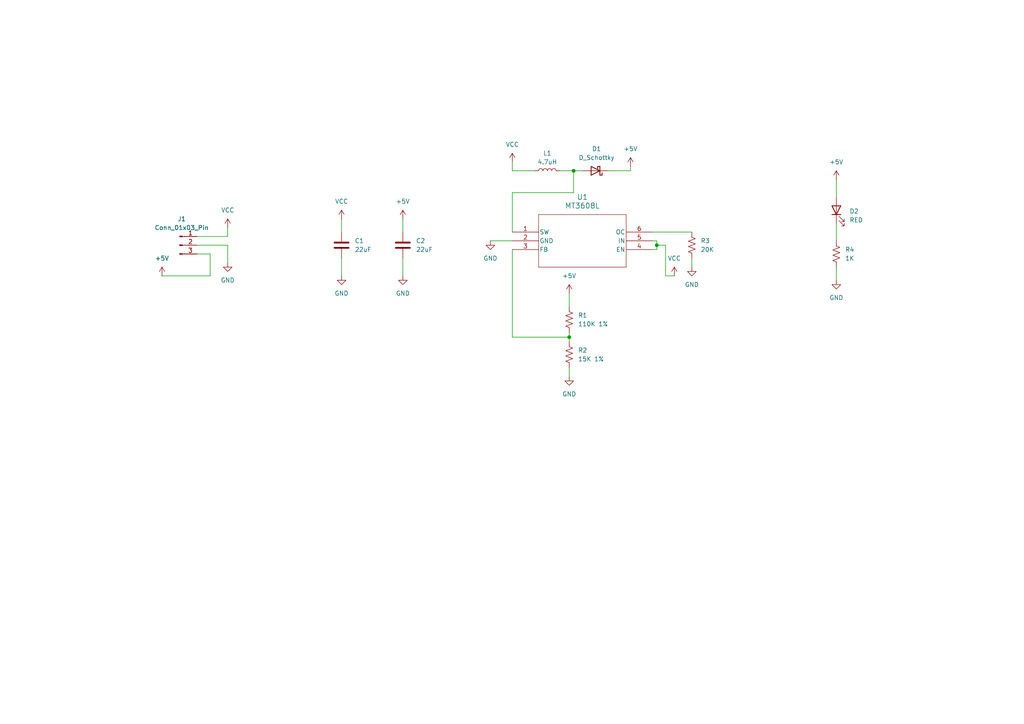
<source format=kicad_sch>
(kicad_sch (version 20250114) (generator "eeschema") (generator_version "9.0")
  (paper "A4")
  (lib_symbols
    (symbol "Connector:Conn_01x03_Pin" (pin_names (offset 1.016) (hide yes))
      (property "Reference" "J" (at 0 5.08 0))
      (property "Value" "Conn_01x03_Pin" (at 0 -5.08 0))
      (symbol "Conn_01x03_Pin_1_1"
        (rectangle (start 0.8636 2.667) (end 0 2.413) (stroke (width 0.1524)) (fill (type outline)))
        (rectangle (start 0.8636 0.127) (end 0 -0.127) (stroke (width 0.1524)) (fill (type outline)))
        (rectangle (start 0.8636 -2.413) (end 0 -2.667) (stroke (width 0.1524)) (fill (type outline)))
        (polyline (pts (xy 1.27 2.54) (xy 0.8636 2.54)) (stroke (width 0.1524)))
        (polyline (pts (xy 1.27 0) (xy 0.8636 0)) (stroke (width 0.1524)))
        (polyline (pts (xy 1.27 -2.54) (xy 0.8636 -2.54)) (stroke (width 0.1524)))
        (pin passive line (at 5.08 2.54 180) (length 3.81) (name "Pin_1") (number "1"))
        (pin passive line (at 5.08 0 180) (length 3.81) (name "Pin_2") (number "2"))
        (pin passive line (at 5.08 -2.54 180) (length 3.81) (name "Pin_3") (number "3"))
      )
    )
    (symbol "Device:C" (pin_numbers (hide yes)) (pin_names (offset 0.254))
      (property "Reference" "C" (at 0.635 2.54 0))
      (property "Value" "C" (at 0.635 -2.54 0))
      (symbol "C_0_1"
        (polyline (pts (xy -2.032 0.762) (xy 2.032 0.762)) (stroke (width 0.508)))
        (polyline (pts (xy -2.032 -0.762) (xy 2.032 -0.762)) (stroke (width 0.508)))
      )
      (symbol "C_1_1"
        (pin passive line (at 0 3.81 270) (length 2.794) (name "~") (number "1"))
        (pin passive line (at 0 -3.81 90) (length 2.794) (name "~") (number "2"))
      )
    )
    (symbol "Device:D_Schottky" (pin_numbers (hide yes)) (pin_names (offset 1.016) (hide yes))
      (property "Reference" "D" (at 0 2.54 0))
      (property "Value" "D_Schottky" (at 0 -2.54 0))
      (symbol "D_Schottky_0_1"
        (polyline (pts (xy -1.905 0.635) (xy -1.905 1.27) (xy -1.27 1.27) (xy -1.27 -1.27) (xy -0.635 -1.27) (xy -0.635 -0.635)) (stroke (width 0.254)))
        (polyline (pts (xy 1.27 1.27) (xy 1.27 -1.27) (xy -1.27 0) (xy 1.27 1.27)) (stroke (width 0.254)))
        (polyline (pts (xy 1.27 0) (xy -1.27 0)))
      )
      (symbol "D_Schottky_1_1"
        (pin passive line (at -3.81 0 0) (length 2.54) (name "K") (number "1"))
        (pin passive line (at 3.81 0 180) (length 2.54) (name "A") (number "2"))
      )
    )
    (symbol "Device:L" (pin_numbers (hide yes)) (pin_names (offset 1.016) (hide yes))
      (property "Reference" "L" (at -1.27 0 90))
      (property "Value" "L" (at 1.905 0 90))
      (symbol "L_0_1"
        (arc (start 0 2.54) (mid 0.6323 1.905) (end 0 1.27))
        (arc (start 0 1.27) (mid 0.6323 0.635) (end 0 0))
        (arc (start 0 0) (mid 0.6323 -0.635) (end 0 -1.27))
        (arc (start 0 -1.27) (mid 0.6323 -1.905) (end 0 -2.54))
      )
      (symbol "L_1_1"
        (pin passive line (at 0 3.81 270) (length 1.27) (name "1") (number "1"))
        (pin passive line (at 0 -3.81 90) (length 1.27) (name "2") (number "2"))
      )
    )
    (symbol "Device:LED" (pin_numbers (hide yes)) (pin_names (offset 1.016) (hide yes))
      (property "Reference" "D" (at 0 2.54 0))
      (property "Value" "LED" (at 0 -2.54 0))
      (symbol "LED_0_1"
        (polyline (pts (xy -3.048 -0.762) (xy -4.572 -2.286) (xy -3.81 -2.286) (xy -4.572 -2.286) (xy -4.572 -1.524)))
        (polyline (pts (xy -1.778 -0.762) (xy -3.302 -2.286) (xy -2.54 -2.286) (xy -3.302 -2.286) (xy -3.302 -1.524)))
        (polyline (pts (xy -1.27 0) (xy 1.27 0)))
        (polyline (pts (xy -1.27 -1.27) (xy -1.27 1.27)) (stroke (width 0.254)))
        (polyline (pts (xy 1.27 -1.27) (xy 1.27 1.27) (xy -1.27 0) (xy 1.27 -1.27)) (stroke (width 0.254)))
      )
      (symbol "LED_1_1"
        (pin passive line (at -3.81 0 0) (length 2.54) (name "K") (number "1"))
        (pin passive line (at 3.81 0 180) (length 2.54) (name "A") (number "2"))
      )
    )
    (symbol "Device:R_US" (pin_numbers (hide yes)) (pin_names (offset 0))
      (property "Reference" "R" (at 2.54 0 90))
      (property "Value" "R_US" (at -2.54 0 90))
      (symbol "R_US_0_1"
        (polyline (pts (xy 0 2.286) (xy 0 2.54)))
        (polyline (pts (xy 0 2.286) (xy 1.016 1.905) (xy 0 1.524) (xy -1.016 1.143) (xy 0 0.762)))
        (polyline (pts (xy 0 0.762) (xy 1.016 0.381) (xy 0 0) (xy -1.016 -0.381) (xy 0 -0.762)))
        (polyline (pts (xy 0 -0.762) (xy 1.016 -1.143) (xy 0 -1.524) (xy -1.016 -1.905) (xy 0 -2.286)))
        (polyline (pts (xy 0 -2.286) (xy 0 -2.54)))
      )
      (symbol "R_US_1_1"
        (pin passive line (at 0 3.81 270) (length 1.27) (name "~") (number "1"))
        (pin passive line (at 0 -3.81 90) (length 1.27) (name "~") (number "2"))
      )
    )
    (symbol "MT3608L:MT3608" (pin_names (offset 0.254))
      (property "Reference" "U1" (at 20.32 10.16 0))
      (property "Value" "MT3608L" (at 20.32 7.62 0))
      (symbol "MT3608_0_1"
        (polyline (pts (xy 7.62 5.08) (xy 7.62 -10.16)) (stroke (width 0.127)))
        (polyline (pts (xy 7.62 -10.16) (xy 33.02 -10.16)) (stroke (width 0.127)))
        (polyline (pts (xy 33.02 5.08) (xy 7.62 5.08)) (stroke (width 0.127)))
        (polyline (pts (xy 33.02 -10.16) (xy 33.02 5.08)) (stroke (width 0.127)))
        (pin output line (at 0 0 0) (length 7.62) (name "SW") (number "1"))
        (pin power_out line (at 0 -2.54 0) (length 7.62) (name "GND") (number "2"))
        (pin input line (at 0 -5.08 0) (length 7.62) (name "FB") (number "3"))
        (pin power_in line (at 40.64 -2.54 180) (length 7.62) (name "IN") (number "5"))
        (pin input line (at 40.64 -5.08 180) (length 7.62) (name "EN") (number "4"))
      )
      (symbol "MT3608_1_1"
        (pin open_collector line (at 40.64 0 180) (length 7.62) (name "OC") (number "6"))
      )
    )
    (symbol "power:GND" (power) (pin_numbers (hide yes)) (pin_names (offset 0) (hide yes))
      (property "Value" "GND" (at 0 -3.81 0))
      (symbol "GND_0_1"
        (polyline (pts (xy 0 0) (xy 0 -1.27) (xy 1.27 -1.27) (xy 0 -2.54) (xy -1.27 -1.27) (xy 0 -1.27)))
      )
      (symbol "GND_1_1"
        (pin power_in line (at 0 0 270) (length 0) (name "~") (number "1"))
      )
    )
    (symbol "power:VCC" (power) (pin_numbers (hide yes)) (pin_names (offset 0) (hide yes))
      (property "Value" "VCC" (at 0 3.556 0))
      (symbol "VCC_0_1"
        (polyline (pts (xy -0.762 1.27) (xy 0 2.54)))
        (polyline (pts (xy 0 2.54) (xy 0.762 1.27)))
        (polyline (pts (xy 0 0) (xy 0 2.54)))
      )
      (symbol "VCC_1_1"
        (pin power_in line (at 0 0 90) (length 0) (name "~") (number "1"))
      )
    )
  )
  (junction (at 166.37 49.53))
  (junction (at 165.1 97.79))
  (junction (at 190.5 71.12))
  (wire (pts (xy 189.23 67.31) (xy 200.66 67.31)))
  (wire (pts (xy 66.04 71.12) (xy 66.04 76.2)))
  (wire (pts (xy 242.57 77.47) (xy 242.57 81.28)))
  (wire (pts (xy 154.94 49.53) (xy 148.59 49.53)))
  (wire (pts (xy 165.1 97.79) (xy 165.1 96.52)))
  (wire (pts (xy 57.15 68.58) (xy 66.04 68.58)))
  (wire (pts (xy 189.23 69.85) (xy 190.5 69.85)))
  (wire (pts (xy 165.1 97.79) (xy 165.1 99.06)))
  (wire (pts (xy 195.58 80.01) (xy 193.04 80.01)))
  (wire (pts (xy 242.57 64.77) (xy 242.57 69.85)))
  (wire (pts (xy 242.57 52.07) (xy 242.57 57.15)))
  (wire (pts (xy 57.15 73.66) (xy 60.96 73.66)))
  (wire (pts (xy 190.5 72.39) (xy 190.5 71.12)))
  (wire (pts (xy 193.04 71.12) (xy 190.5 71.12)))
  (wire (pts (xy 60.96 80.01) (xy 46.99 80.01)))
  (wire (pts (xy 99.06 63.5) (xy 99.06 67.31)))
  (wire (pts (xy 142.24 69.85) (xy 148.59 69.85)))
  (wire (pts (xy 148.59 55.88) (xy 166.37 55.88)))
  (wire (pts (xy 60.96 73.66) (xy 60.96 80.01)))
  (wire (pts (xy 166.37 55.88) (xy 166.37 49.53)))
  (wire (pts (xy 165.1 106.68) (xy 165.1 109.22)))
  (wire (pts (xy 116.84 63.5) (xy 116.84 67.31)))
  (wire (pts (xy 166.37 49.53) (xy 168.91 49.53)))
  (wire (pts (xy 148.59 72.39) (xy 148.59 97.79)))
  (wire (pts (xy 200.66 74.93) (xy 200.66 77.47)))
  (wire (pts (xy 148.59 67.31) (xy 148.59 55.88)))
  (wire (pts (xy 57.15 71.12) (xy 66.04 71.12)))
  (wire (pts (xy 190.5 69.85) (xy 190.5 71.12)))
  (wire (pts (xy 166.37 49.53) (xy 162.56 49.53)))
  (wire (pts (xy 189.23 72.39) (xy 190.5 72.39)))
  (wire (pts (xy 148.59 97.79) (xy 165.1 97.79)))
  (wire (pts (xy 148.59 49.53) (xy 148.59 46.99)))
  (wire (pts (xy 99.06 74.93) (xy 99.06 80.01)))
  (wire (pts (xy 165.1 85.09) (xy 165.1 88.9)))
  (wire (pts (xy 193.04 80.01) (xy 193.04 71.12)))
  (wire (pts (xy 182.88 49.53) (xy 182.88 48.26)))
  (wire (pts (xy 66.04 68.58) (xy 66.04 66.04)))
  (wire (pts (xy 116.84 74.93) (xy 116.84 80.01)))
  (wire (pts (xy 176.53 49.53) (xy 182.88 49.53)))
  (symbol (lib_id "power:GND") (at 165.1 109.22 0) (unit 1)
    (property "Reference" "#PWR05" (effects (hide yes)))
    (property "Value" "GND" (at 165.1 114.3 0))
    (property "Description" "Power symbol creates a global label with name \"GND\" , ground" (effects (hide yes)))
  )
  (symbol (lib_id "power:VCC") (at 66.04 66.04 0) (unit 1)
    (property "Reference" "#PWR014" (effects (hide yes)))
    (property "Value" "VCC" (at 66.04 60.96 0))
    (property "Description" "Power symbol creates a global label with name \"VCC\"" (effects (hide yes)))
  )
  (symbol (lib_id "Device:R_US") (at 165.1 92.71 0) (unit 1)
    (property "Reference" "R1" (at 167.64 91.4399 0) (effects (justify left)))
    (property "Value" "110K 1%" (at 167.64 93.9799 0) (effects (justify left)))
    (property "Footprint" "Resistor_SMD:R_0805_2012Metric" (effects (hide yes)))
    (property "Description" "Resistor, US symbol" (effects (hide yes)))
  )
  (symbol (lib_id "power:VCC") (at 99.06 63.5 0) (unit 1)
    (property "Reference" "#PWR010" (effects (hide yes)))
    (property "Value" "VCC" (at 99.06 58.42 0))
    (property "Description" "Power symbol creates a global label with name \"VCC\"" (effects (hide yes)))
  )
  (symbol (lib_id "power:VCC") (at 182.88 48.26 0) (unit 1)
    (property "Reference" "#PWR07" (effects (hide yes)))
    (property "Value" "+5V" (at 182.88 43.18 0))
    (property "Description" "Power symbol creates a global label with name \"VCC\"" (effects (hide yes)))
  )
  (symbol (lib_id "Device:R_US") (at 242.57 73.66 0) (unit 1)
    (property "Reference" "R4" (at 245.11 72.3899 0) (effects (justify left)))
    (property "Value" "1K" (at 245.11 74.9299 0) (effects (justify left)))
    (property "Footprint" "Resistor_SMD:R_0805_2012Metric" (effects (hide yes)))
    (property "Description" "Resistor, US symbol" (effects (hide yes)))
  )
  (symbol (lib_id "Device:R_US") (at 200.66 71.12 0) (unit 1)
    (property "Reference" "R3" (at 203.2 69.8499 0) (effects (justify left)))
    (property "Value" "20K" (at 203.2 72.3899 0) (effects (justify left)))
    (property "Footprint" "Resistor_SMD:R_0805_2012Metric" (effects (hide yes)))
    (property "Description" "Resistor, US symbol" (effects (hide yes)))
  )
  (symbol (lib_id "MT3608L:MT3608") (at 148.59 67.31 0) (unit 1)
    (property "Reference" "U1" (at 168.91 57.15 0) (effects (font (size 1.524 1.524))))
    (property "Value" "MT3608L" (at 168.91 59.69 0) (effects (font (size 1.524 1.524))))
    (property "Footprint" "Package_TO_SOT_SMD:SOT-23-6" (effects (hide yes)))
    (property "Datasheet" "MT3608" (effects (hide yes)))
  )
  (symbol (lib_id "power:GND") (at 99.06 80.01 0) (unit 1)
    (property "Reference" "#PWR012" (effects (hide yes)))
    (property "Value" "GND" (at 99.06 85.09 0))
    (property "Description" "Power symbol creates a global label with name \"GND\" , ground" (effects (hide yes)))
  )
  (symbol (lib_id "Connector:Conn_01x03_Pin") (at 52.07 71.12 0) (unit 1)
    (property "Reference" "J1" (at 52.705 63.5 0))
    (property "Value" "Conn_01x03_Pin" (at 52.705 66.04 0))
    (property "Footprint" "Connector_PinHeader_2.54mm:PinHeader_1x03_P2.54mm_Vertical" (effects (hide yes)))
    (property "Description" "Generic connector, single row, 01x03, script generated" (effects (hide yes)))
  )
  (symbol (lib_id "power:VCC") (at 165.1 85.09 0) (unit 1)
    (property "Reference" "#PWR04" (effects (hide yes)))
    (property "Value" "+5V" (at 165.1 80.01 0))
    (property "Description" "Power symbol creates a global label with name \"VCC\"" (effects (hide yes)))
  )
  (symbol (lib_id "power:GND") (at 116.84 80.01 0) (unit 1)
    (property "Reference" "#PWR013" (effects (hide yes)))
    (property "Value" "GND" (at 116.84 85.09 0))
    (property "Description" "Power symbol creates a global label with name \"GND\" , ground" (effects (hide yes)))
  )
  (symbol (lib_id "Device:D_Schottky") (at 172.72 49.53 180) (unit 1)
    (property "Reference" "D1" (at 173.0375 43.18 0))
    (property "Value" "D_Schottky" (at 173.0375 45.72 0))
    (property "Footprint" "Diode_SMD:D_SOD-123" (effects (hide yes)))
    (property "Description" "Schottky diode" (effects (hide yes)))
  )
  (symbol (lib_id "Device:C") (at 116.84 71.12 0) (unit 1)
    (property "Reference" "C2" (at 120.65 69.8499 0) (effects (justify left)))
    (property "Value" "22uF" (at 120.65 72.3899 0) (effects (justify left)))
    (property "Footprint" "Capacitor_SMD:C_0805_2012Metric" (effects (hide yes)))
    (property "Description" "Unpolarized capacitor" (effects (hide yes)))
  )
  (symbol (lib_id "Device:C") (at 99.06 71.12 0) (unit 1)
    (property "Reference" "C1" (at 102.87 69.8499 0) (effects (justify left)))
    (property "Value" "22uF" (at 102.87 72.3899 0) (effects (justify left)))
    (property "Footprint" "Capacitor_SMD:C_0805_2012Metric" (effects (hide yes)))
    (property "Description" "Unpolarized capacitor" (effects (hide yes)))
  )
  (symbol (lib_id "power:VCC") (at 242.57 52.07 0) (unit 1)
    (property "Reference" "#PWR09" (effects (hide yes)))
    (property "Value" "+5V" (at 242.57 46.99 0))
    (property "Description" "Power symbol creates a global label with name \"VCC\"" (effects (hide yes)))
  )
  (symbol (lib_id "power:GND") (at 66.04 76.2 0) (unit 1)
    (property "Reference" "#PWR015" (effects (hide yes)))
    (property "Value" "GND" (at 66.04 81.28 0))
    (property "Description" "Power symbol creates a global label with name \"GND\" , ground" (effects (hide yes)))
  )
  (symbol (lib_id "power:GND") (at 142.24 69.85 0) (unit 1)
    (property "Reference" "#PWR03" (effects (hide yes)))
    (property "Value" "GND" (at 142.24 74.93 0))
    (property "Description" "Power symbol creates a global label with name \"GND\" , ground" (effects (hide yes)))
  )
  (symbol (lib_id "power:VCC") (at 46.99 80.01 0) (unit 1)
    (property "Reference" "#PWR016" (effects (hide yes)))
    (property "Value" "+5V" (at 46.99 74.93 0))
    (property "Description" "Power symbol creates a global label with name \"VCC\"" (effects (hide yes)))
  )
  (symbol (lib_id "Device:LED") (at 242.57 60.96 90) (unit 1)
    (property "Reference" "D2" (at 246.38 61.2774 90) (effects (justify right)))
    (property "Value" "RED" (at 246.38 63.8174 90) (effects (justify right)))
    (property "Footprint" "LED_SMD:LED_0805_2012Metric" (effects (hide yes)))
    (property "Description" "Light emitting diode" (effects (hide yes)))
    (property "Sim.Pins" "1=K 2=A" (effects (hide yes)))
  )
  (symbol (lib_id "Device:L") (at 158.75 49.53 90) (unit 1)
    (property "Reference" "L1" (at 158.75 44.45 90))
    (property "Value" "4.7uH" (at 158.75 46.99 90))
    (property "Footprint" "Inductor_SMD:L_0805_2012Metric" (effects (hide yes)))
    (property "Description" "Inductor" (effects (hide yes)))
  )
  (symbol (lib_id "power:VCC") (at 195.58 80.01 0) (unit 1)
    (property "Reference" "#PWR02" (effects (hide yes)))
    (property "Value" "VCC" (at 195.58 74.93 0))
    (property "Description" "Power symbol creates a global label with name \"VCC\"" (effects (hide yes)))
  )
  (symbol (lib_id "power:GND") (at 242.57 81.28 0) (unit 1)
    (property "Reference" "#PWR08" (effects (hide yes)))
    (property "Value" "GND" (at 242.57 86.36 0))
    (property "Description" "Power symbol creates a global label with name \"GND\" , ground" (effects (hide yes)))
  )
  (symbol (lib_id "power:VCC") (at 116.84 63.5 0) (unit 1)
    (property "Reference" "#PWR011" (effects (hide yes)))
    (property "Value" "+5V" (at 116.84 58.42 0))
    (property "Description" "Power symbol creates a global label with name \"VCC\"" (effects (hide yes)))
  )
  (symbol (lib_id "power:VCC") (at 148.59 46.99 0) (unit 1)
    (property "Reference" "#PWR06" (effects (hide yes)))
    (property "Value" "VCC" (at 148.59 41.91 0))
    (property "Description" "Power symbol creates a global label with name \"VCC\"" (effects (hide yes)))
  )
  (symbol (lib_id "Device:R_US") (at 165.1 102.87 0) (unit 1)
    (property "Reference" "R2" (at 167.64 101.5999 0) (effects (justify left)))
    (property "Value" "15K 1%" (at 167.64 104.1399 0) (effects (justify left)))
    (property "Footprint" "Resistor_SMD:R_0805_2012Metric" (effects (hide yes)))
    (property "Description" "Resistor, US symbol" (effects (hide yes)))
  )
  (symbol (lib_id "power:GND") (at 200.66 77.47 0) (unit 1)
    (property "Reference" "#PWR01" (effects (hide yes)))
    (property "Value" "GND" (at 200.66 82.55 0))
    (property "Description" "Power symbol creates a global label with name \"GND\" , ground" (effects (hide yes)))
  )
)
</source>
